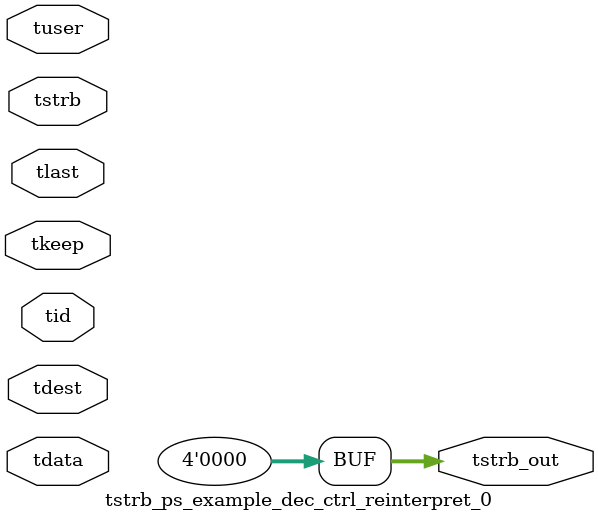
<source format=v>


`timescale 1ps/1ps

module tstrb_ps_example_dec_ctrl_reinterpret_0 #
(
parameter C_S_AXIS_TDATA_WIDTH = 32,
parameter C_S_AXIS_TUSER_WIDTH = 0,
parameter C_S_AXIS_TID_WIDTH   = 0,
parameter C_S_AXIS_TDEST_WIDTH = 0,
parameter C_M_AXIS_TDATA_WIDTH = 32
)
(
input  [(C_S_AXIS_TDATA_WIDTH == 0 ? 1 : C_S_AXIS_TDATA_WIDTH)-1:0     ] tdata,
input  [(C_S_AXIS_TUSER_WIDTH == 0 ? 1 : C_S_AXIS_TUSER_WIDTH)-1:0     ] tuser,
input  [(C_S_AXIS_TID_WIDTH   == 0 ? 1 : C_S_AXIS_TID_WIDTH)-1:0       ] tid,
input  [(C_S_AXIS_TDEST_WIDTH == 0 ? 1 : C_S_AXIS_TDEST_WIDTH)-1:0     ] tdest,
input  [(C_S_AXIS_TDATA_WIDTH/8)-1:0 ] tkeep,
input  [(C_S_AXIS_TDATA_WIDTH/8)-1:0 ] tstrb,
input                                                                    tlast,
output [(C_M_AXIS_TDATA_WIDTH/8)-1:0 ] tstrb_out
);

assign tstrb_out = {1'b0};

endmodule


</source>
